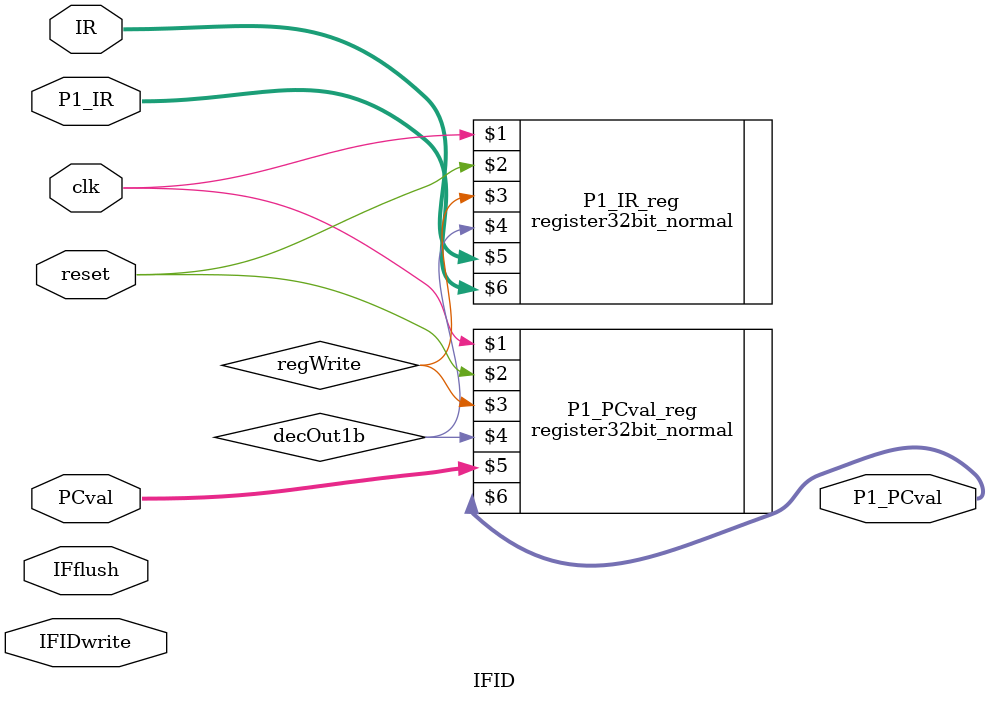
<source format=v>
module IFID(input clk, input reset, input IFIDwrite, input IFflush,
			input [31:0] PCval, input [31:0] IR,
			output [31:0] P1_PCval, input [31:0] P1_IR);

	register32bit_normal P1_PCval_reg(clk, reset, regWrite, decOut1b, PCval, P1_PCval);
	register32bit_normal P1_IR_reg(clk, reset, regWrite, decOut1b, IR, P1_IR);

endmodule
</source>
